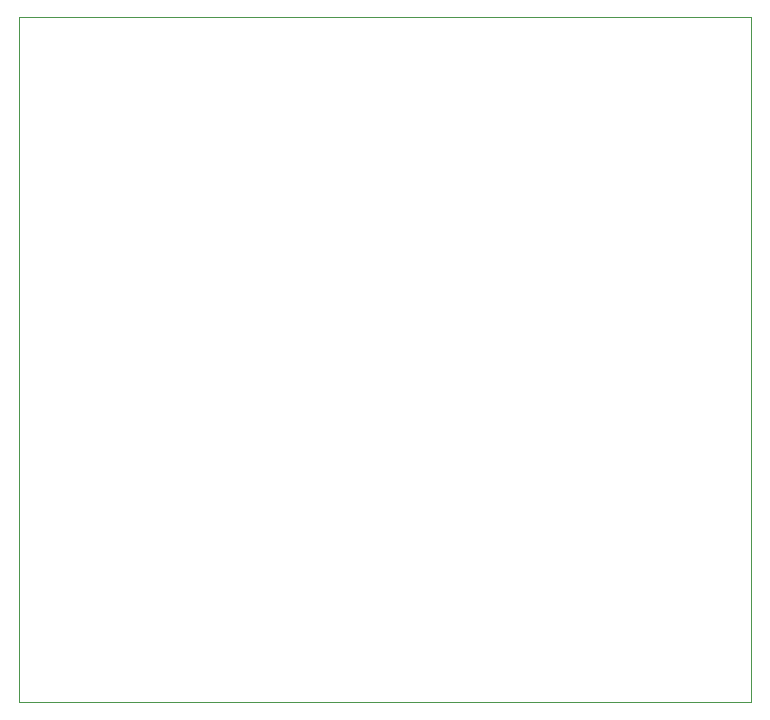
<source format=gbr>
G04 PROTEUS GERBER X2 FILE*
%TF.GenerationSoftware,Labcenter,Proteus,8.17-SP5-Build39395*%
%TF.CreationDate,2025-01-31T21:13:05+00:00*%
%TF.FileFunction,NonPlated,1,2,NPTH*%
%TF.FilePolarity,Positive*%
%TF.Part,Single*%
%TF.SameCoordinates,{25d9a88a-2623-41a1-bce1-36a6f26497cc}*%
%FSLAX45Y45*%
%MOMM*%
G01*
%TA.AperFunction,Profile*%
%ADD46C,0.101600*%
%TD.AperFunction*%
D46*
X+0Y+0D02*
X+6200000Y+0D01*
X+6200000Y+5800000D01*
X+0Y+5800000D01*
X+0Y+0D01*
M02*

</source>
